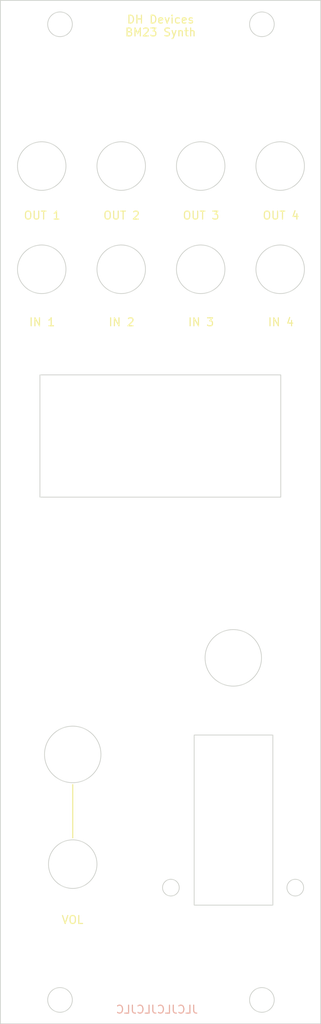
<source format=kicad_pcb>
(kicad_pcb (version 20211014) (generator pcbnew)

  (general
    (thickness 1.6)
  )

  (paper "A4")
  (layers
    (0 "F.Cu" signal)
    (31 "B.Cu" signal)
    (32 "B.Adhes" user "B.Adhesive")
    (33 "F.Adhes" user "F.Adhesive")
    (34 "B.Paste" user)
    (35 "F.Paste" user)
    (36 "B.SilkS" user "B.Silkscreen")
    (37 "F.SilkS" user "F.Silkscreen")
    (38 "B.Mask" user)
    (39 "F.Mask" user)
    (40 "Dwgs.User" user "User.Drawings")
    (41 "Cmts.User" user "User.Comments")
    (42 "Eco1.User" user "User.Eco1")
    (43 "Eco2.User" user "User.Eco2")
    (44 "Edge.Cuts" user)
    (45 "Margin" user)
    (46 "B.CrtYd" user "B.Courtyard")
    (47 "F.CrtYd" user "F.Courtyard")
    (48 "B.Fab" user)
    (49 "F.Fab" user)
    (50 "User.1" user)
    (51 "User.2" user)
    (52 "User.3" user)
    (53 "User.4" user)
    (54 "User.5" user)
    (55 "User.6" user)
    (56 "User.7" user)
    (57 "User.8" user)
    (58 "User.9" user)
  )

  (setup
    (pad_to_mask_clearance 0)
    (pcbplotparams
      (layerselection 0x00010fc_ffffffff)
      (disableapertmacros false)
      (usegerberextensions true)
      (usegerberattributes false)
      (usegerberadvancedattributes false)
      (creategerberjobfile false)
      (svguseinch false)
      (svgprecision 6)
      (excludeedgelayer true)
      (plotframeref false)
      (viasonmask false)
      (mode 1)
      (useauxorigin false)
      (hpglpennumber 1)
      (hpglpenspeed 20)
      (hpglpendiameter 15.000000)
      (dxfpolygonmode true)
      (dxfimperialunits true)
      (dxfusepcbnewfont true)
      (psnegative false)
      (psa4output false)
      (plotreference true)
      (plotvalue false)
      (plotinvisibletext false)
      (sketchpadsonfab false)
      (subtractmaskfromsilk true)
      (outputformat 1)
      (mirror false)
      (drillshape 0)
      (scaleselection 1)
      (outputdirectory "gerbers")
    )
  )

  (net 0 "")

  (gr_line (start 99.825 134.15) (end 99.825 140.825) (layer "F.SilkS") (width 0.15) (tstamp b7aa0362-7c9e-4a42-b191-ab15a38bf3c5))
  (gr_circle (center 105.925 56.48) (end 108.975 56.48) (layer "Edge.Cuts") (width 0.1) (fill none) (tstamp 001d7921-8ef3-4c59-bb6a-c681f4193469))
  (gr_circle (center 127.825 147.08) (end 128.875 147.08) (layer "Edge.Cuts") (width 0.1) (fill none) (tstamp 19da198b-4a68-4388-9449-8b18f766d107))
  (gr_circle (center 115.925 69.44) (end 118.975 69.44) (layer "Edge.Cuts") (width 0.1) (fill none) (tstamp 1ae937f3-6362-41be-91e8-31a4c41cd4db))
  (gr_rect (start 95.7 82.7) (end 126 98.05) (layer "Edge.Cuts") (width 0.1) (fill none) (tstamp 1e3be2a6-e077-44cb-8124-3fb5582fab45))
  (gr_circle (center 98.225 161.18) (end 99.775 161.18) (layer "Edge.Cuts") (width 0.1) (fill none) (tstamp 291e4200-f3c9-4b61-8158-17e8c4424a24))
  (gr_circle (center 95.925 69.44) (end 98.975 69.44) (layer "Edge.Cuts") (width 0.1) (fill none) (tstamp 2bfcf6e0-11c2-44b1-80ee-745466c52dd6))
  (gr_circle (center 99.825 144.13) (end 102.875 144.13) (layer "Edge.Cuts") (width 0.1) (fill none) (tstamp 47f8feda-cdab-4cb7-833a-5d8c6b1e99a5))
  (gr_circle (center 105.925 69.44) (end 108.975 69.44) (layer "Edge.Cuts") (width 0.1) (fill none) (tstamp 55a4aa31-3b32-463a-ba6d-3748b48c1bb5))
  (gr_circle (center 98.225 38.68) (end 99.775 38.68) (layer "Edge.Cuts") (width 0.1) (fill none) (tstamp 5a319d05-1a85-43fe-a179-ebcee7212a03))
  (gr_rect (start 90.725 35.68) (end 131.025 164.18) (layer "Edge.Cuts") (width 0.1) (fill none) (tstamp 712d6a7d-2b62-464f-b745-fd2a6b0187f6))
  (gr_circle (center 99.825 130.355) (end 103.375 130.355) (layer "Edge.Cuts") (width 0.1) (fill none) (tstamp 74c85198-e131-4593-808b-09cfcb3f2b20))
  (gr_circle (center 112.175 147.08) (end 113.225 147.08) (layer "Edge.Cuts") (width 0.1) (fill none) (tstamp 77f6e7d7-dcc9-4ed0-82c7-ca4679dd8ad3))
  (gr_circle (center 95.925 56.48) (end 98.975 56.48) (layer "Edge.Cuts") (width 0.1) (fill none) (tstamp 7efe52c7-849a-457d-9282-4b14b5977cfd))
  (gr_circle (center 123.625 38.68) (end 125.175 38.68) (layer "Edge.Cuts") (width 0.1) (fill none) (tstamp 900cb6c8-1d05-4537-a4f0-9a7cc1a2ea1c))
  (gr_circle (center 120.025 118.23) (end 123.575 118.23) (layer "Edge.Cuts") (width 0.1) (fill none) (tstamp 90ba89f0-dbcd-4611-9e50-30139abce13d))
  (gr_circle (center 123.625 161.18) (end 125.175 161.18) (layer "Edge.Cuts") (width 0.1) (fill none) (tstamp 933a17ae-06d4-4de3-aae1-d3835cc0d957))
  (gr_circle (center 125.925 69.44) (end 128.975 69.44) (layer "Edge.Cuts") (width 0.1) (fill none) (tstamp b6977247-0e8e-422f-b397-a64eed1d46da))
  (gr_circle (center 125.925 56.48) (end 128.975 56.48) (layer "Edge.Cuts") (width 0.1) (fill none) (tstamp ced23a17-cc8a-4c5d-95f6-018b51394a9f))
  (gr_rect (start 115.105 127.92) (end 125.005 149.28) (layer "Edge.Cuts") (width 0.1) (fill none) (tstamp d36d0eca-707e-4799-bf93-936846c30a04))
  (gr_circle (center 115.925 56.48) (end 118.975 56.48) (layer "Edge.Cuts") (width 0.1) (fill none) (tstamp d89c0302-0446-4752-af61-f743a32c5cb4))
  (gr_text "JLCJLCJLCJLC" (at 110.425 162.38) (layer "B.SilkS") (tstamp f503ea07-bcf1-4924-930a-6f7e9cd312f8)
    (effects (font (size 1 1) (thickness 0.15)) (justify mirror))
  )
  (gr_text "OUT 4" (at 126.025 62.68) (layer "F.SilkS") (tstamp 3dbdc98e-5c04-4989-95ad-f1be9e032cda)
    (effects (font (size 1 1) (thickness 0.15)))
  )
  (gr_text "OUT 3" (at 115.975 62.68) (layer "F.SilkS") (tstamp 4ef1e2c7-4335-4f61-bd68-b5012c42992f)
    (effects (font (size 1 1) (thickness 0.15)))
  )
  (gr_text "IN 1" (at 95.975 76.08) (layer "F.SilkS") (tstamp 7ab04259-28b3-4580-9748-64b4c8697cff)
    (effects (font (size 1 1) (thickness 0.15)))
  )
  (gr_text "IN 3" (at 115.975 76.08) (layer "F.SilkS") (tstamp 808fed2b-bc9f-4cf1-87fc-f6e2fe77dc53)
    (effects (font (size 1 1) (thickness 0.15)))
  )
  (gr_text "VOL" (at 99.8 151.125) (layer "F.SilkS") (tstamp 94a42bf8-c060-46ad-bd99-54b600e2ff68)
    (effects (font (size 1 1) (thickness 0.15)))
  )
  (gr_text "IN 2" (at 105.975 76.08) (layer "F.SilkS") (tstamp 97e59e1c-e5d2-4d05-a9fb-968536188e0f)
    (effects (font (size 1 1) (thickness 0.15)))
  )
  (gr_text "DH Devices\nBM23 Synth" (at 110.875 38.88) (layer "F.SilkS") (tstamp 9a595c4c-9ac1-4ae3-8ff3-1b7f2281a894)
    (effects (font (size 1 1) (thickness 0.15)))
  )
  (gr_text "IN 4" (at 126.025 76.08) (layer "F.SilkS") (tstamp 9f456c1a-96ba-48b5-a308-a93002852f90)
    (effects (font (size 1 1) (thickness 0.15)))
  )
  (gr_text "OUT 1" (at 95.975 62.68) (layer "F.SilkS") (tstamp a68e5bc9-7e3f-49ce-861e-c6ff243f77ca)
    (effects (font (size 1 1) (thickness 0.15)))
  )
  (gr_text "OUT 2" (at 105.975 62.68) (layer "F.SilkS") (tstamp e50476ec-24b5-4acc-ada5-3e730af870ca)
    (effects (font (size 1 1) (thickness 0.15)))
  )

)

</source>
